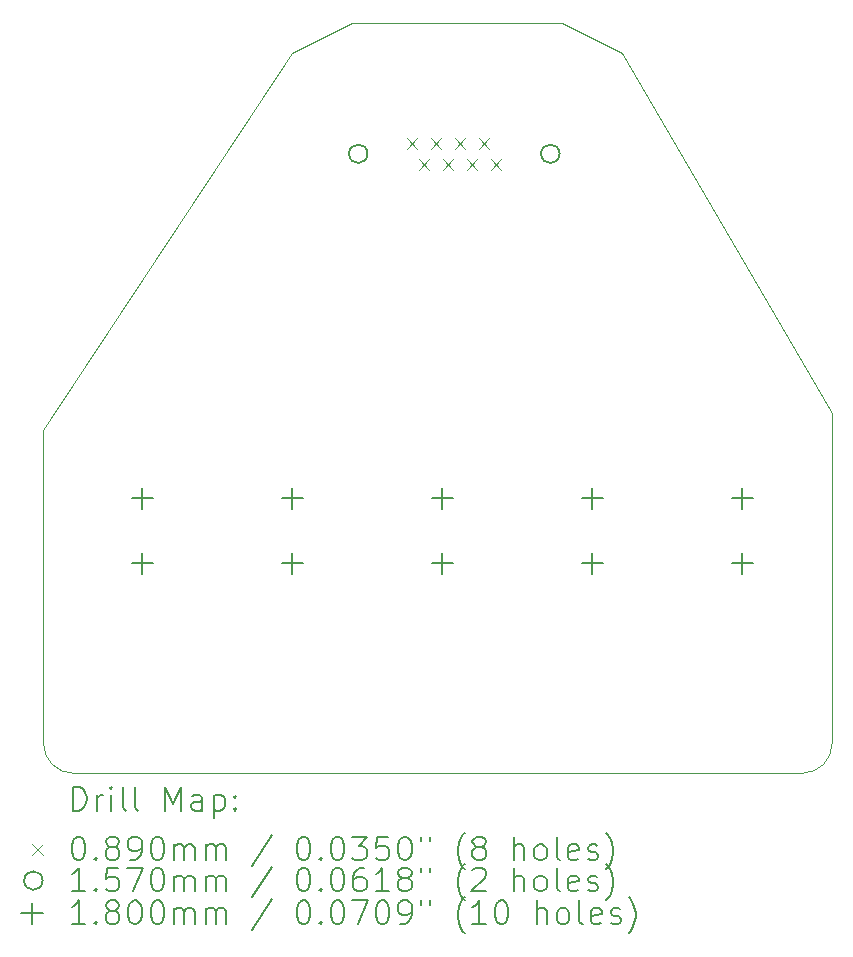
<source format=gbr>
%TF.GenerationSoftware,KiCad,Pcbnew,(6.0.8)*%
%TF.CreationDate,2023-04-02T10:01:26-07:00*%
%TF.ProjectId,FCP_steering_splitter,4643505f-7374-4656-9572-696e675f7370,rev?*%
%TF.SameCoordinates,Original*%
%TF.FileFunction,Drillmap*%
%TF.FilePolarity,Positive*%
%FSLAX45Y45*%
G04 Gerber Fmt 4.5, Leading zero omitted, Abs format (unit mm)*
G04 Created by KiCad (PCBNEW (6.0.8)) date 2023-04-02 10:01:26*
%MOMM*%
%LPD*%
G01*
G04 APERTURE LIST*
%ADD10C,0.100000*%
%ADD11C,0.200000*%
%ADD12C,0.089000*%
%ADD13C,0.157000*%
%ADD14C,0.180000*%
G04 APERTURE END LIST*
D10*
X18288000Y-6350000D02*
X16510000Y-3302000D01*
X11863605Y-9398000D02*
X18034000Y-9398000D01*
X11607764Y-6491581D02*
X13716000Y-3302000D01*
X11609610Y-9144000D02*
G75*
G03*
X11863605Y-9398000I254000J0D01*
G01*
X11609605Y-9144000D02*
X11607764Y-6491581D01*
X16510000Y-3302000D02*
X16002000Y-3048000D01*
X16002000Y-3048000D02*
X14224000Y-3048000D01*
X18288000Y-9144000D02*
X18288000Y-6350000D01*
X18034000Y-9398000D02*
G75*
G03*
X18288000Y-9144000I0J254000D01*
G01*
X14224000Y-3048000D02*
X13716000Y-3302000D01*
D11*
D12*
X14687500Y-4019500D02*
X14776500Y-4108500D01*
X14776500Y-4019500D02*
X14687500Y-4108500D01*
X14789100Y-4197500D02*
X14878100Y-4286500D01*
X14878100Y-4197500D02*
X14789100Y-4286500D01*
X14890700Y-4019500D02*
X14979700Y-4108500D01*
X14979700Y-4019500D02*
X14890700Y-4108500D01*
X14992300Y-4197500D02*
X15081300Y-4286500D01*
X15081300Y-4197500D02*
X14992300Y-4286500D01*
X15093900Y-4019500D02*
X15182900Y-4108500D01*
X15182900Y-4019500D02*
X15093900Y-4108500D01*
X15195500Y-4197500D02*
X15284500Y-4286500D01*
X15284500Y-4197500D02*
X15195500Y-4286500D01*
X15297100Y-4019500D02*
X15386100Y-4108500D01*
X15386100Y-4019500D02*
X15297100Y-4108500D01*
X15398700Y-4197500D02*
X15487700Y-4286500D01*
X15487700Y-4197500D02*
X15398700Y-4286500D01*
D13*
X14353500Y-4153000D02*
G75*
G03*
X14353500Y-4153000I-78500J0D01*
G01*
X15979500Y-4153000D02*
G75*
G03*
X15979500Y-4153000I-78500J0D01*
G01*
D14*
X12446000Y-6980000D02*
X12446000Y-7160000D01*
X12356000Y-7070000D02*
X12536000Y-7070000D01*
X12446000Y-7530000D02*
X12446000Y-7710000D01*
X12356000Y-7620000D02*
X12536000Y-7620000D01*
X13716000Y-6980000D02*
X13716000Y-7160000D01*
X13626000Y-7070000D02*
X13806000Y-7070000D01*
X13716000Y-7530000D02*
X13716000Y-7710000D01*
X13626000Y-7620000D02*
X13806000Y-7620000D01*
X14986000Y-6980000D02*
X14986000Y-7160000D01*
X14896000Y-7070000D02*
X15076000Y-7070000D01*
X14986000Y-7530000D02*
X14986000Y-7710000D01*
X14896000Y-7620000D02*
X15076000Y-7620000D01*
X16256000Y-6980000D02*
X16256000Y-7160000D01*
X16166000Y-7070000D02*
X16346000Y-7070000D01*
X16256000Y-7530000D02*
X16256000Y-7710000D01*
X16166000Y-7620000D02*
X16346000Y-7620000D01*
X17526000Y-6980000D02*
X17526000Y-7160000D01*
X17436000Y-7070000D02*
X17616000Y-7070000D01*
X17526000Y-7530000D02*
X17526000Y-7710000D01*
X17436000Y-7620000D02*
X17616000Y-7620000D01*
D11*
X11860383Y-9713476D02*
X11860383Y-9513476D01*
X11908002Y-9513476D01*
X11936573Y-9523000D01*
X11955621Y-9542048D01*
X11965145Y-9561095D01*
X11974669Y-9599190D01*
X11974669Y-9627762D01*
X11965145Y-9665857D01*
X11955621Y-9684905D01*
X11936573Y-9703952D01*
X11908002Y-9713476D01*
X11860383Y-9713476D01*
X12060383Y-9713476D02*
X12060383Y-9580143D01*
X12060383Y-9618238D02*
X12069907Y-9599190D01*
X12079430Y-9589667D01*
X12098478Y-9580143D01*
X12117526Y-9580143D01*
X12184192Y-9713476D02*
X12184192Y-9580143D01*
X12184192Y-9513476D02*
X12174669Y-9523000D01*
X12184192Y-9532524D01*
X12193716Y-9523000D01*
X12184192Y-9513476D01*
X12184192Y-9532524D01*
X12308002Y-9713476D02*
X12288954Y-9703952D01*
X12279430Y-9684905D01*
X12279430Y-9513476D01*
X12412764Y-9713476D02*
X12393716Y-9703952D01*
X12384192Y-9684905D01*
X12384192Y-9513476D01*
X12641335Y-9713476D02*
X12641335Y-9513476D01*
X12708002Y-9656333D01*
X12774669Y-9513476D01*
X12774669Y-9713476D01*
X12955621Y-9713476D02*
X12955621Y-9608714D01*
X12946097Y-9589667D01*
X12927050Y-9580143D01*
X12888954Y-9580143D01*
X12869907Y-9589667D01*
X12955621Y-9703952D02*
X12936573Y-9713476D01*
X12888954Y-9713476D01*
X12869907Y-9703952D01*
X12860383Y-9684905D01*
X12860383Y-9665857D01*
X12869907Y-9646810D01*
X12888954Y-9637286D01*
X12936573Y-9637286D01*
X12955621Y-9627762D01*
X13050859Y-9580143D02*
X13050859Y-9780143D01*
X13050859Y-9589667D02*
X13069907Y-9580143D01*
X13108002Y-9580143D01*
X13127050Y-9589667D01*
X13136573Y-9599190D01*
X13146097Y-9618238D01*
X13146097Y-9675381D01*
X13136573Y-9694429D01*
X13127050Y-9703952D01*
X13108002Y-9713476D01*
X13069907Y-9713476D01*
X13050859Y-9703952D01*
X13231811Y-9694429D02*
X13241335Y-9703952D01*
X13231811Y-9713476D01*
X13222288Y-9703952D01*
X13231811Y-9694429D01*
X13231811Y-9713476D01*
X13231811Y-9589667D02*
X13241335Y-9599190D01*
X13231811Y-9608714D01*
X13222288Y-9599190D01*
X13231811Y-9589667D01*
X13231811Y-9608714D01*
D12*
X11513764Y-9998500D02*
X11602764Y-10087500D01*
X11602764Y-9998500D02*
X11513764Y-10087500D01*
D11*
X11898478Y-9933476D02*
X11917526Y-9933476D01*
X11936573Y-9943000D01*
X11946097Y-9952524D01*
X11955621Y-9971571D01*
X11965145Y-10009667D01*
X11965145Y-10057286D01*
X11955621Y-10095381D01*
X11946097Y-10114429D01*
X11936573Y-10123952D01*
X11917526Y-10133476D01*
X11898478Y-10133476D01*
X11879430Y-10123952D01*
X11869907Y-10114429D01*
X11860383Y-10095381D01*
X11850859Y-10057286D01*
X11850859Y-10009667D01*
X11860383Y-9971571D01*
X11869907Y-9952524D01*
X11879430Y-9943000D01*
X11898478Y-9933476D01*
X12050859Y-10114429D02*
X12060383Y-10123952D01*
X12050859Y-10133476D01*
X12041335Y-10123952D01*
X12050859Y-10114429D01*
X12050859Y-10133476D01*
X12174669Y-10019190D02*
X12155621Y-10009667D01*
X12146097Y-10000143D01*
X12136573Y-9981095D01*
X12136573Y-9971571D01*
X12146097Y-9952524D01*
X12155621Y-9943000D01*
X12174669Y-9933476D01*
X12212764Y-9933476D01*
X12231811Y-9943000D01*
X12241335Y-9952524D01*
X12250859Y-9971571D01*
X12250859Y-9981095D01*
X12241335Y-10000143D01*
X12231811Y-10009667D01*
X12212764Y-10019190D01*
X12174669Y-10019190D01*
X12155621Y-10028714D01*
X12146097Y-10038238D01*
X12136573Y-10057286D01*
X12136573Y-10095381D01*
X12146097Y-10114429D01*
X12155621Y-10123952D01*
X12174669Y-10133476D01*
X12212764Y-10133476D01*
X12231811Y-10123952D01*
X12241335Y-10114429D01*
X12250859Y-10095381D01*
X12250859Y-10057286D01*
X12241335Y-10038238D01*
X12231811Y-10028714D01*
X12212764Y-10019190D01*
X12346097Y-10133476D02*
X12384192Y-10133476D01*
X12403240Y-10123952D01*
X12412764Y-10114429D01*
X12431811Y-10085857D01*
X12441335Y-10047762D01*
X12441335Y-9971571D01*
X12431811Y-9952524D01*
X12422288Y-9943000D01*
X12403240Y-9933476D01*
X12365145Y-9933476D01*
X12346097Y-9943000D01*
X12336573Y-9952524D01*
X12327050Y-9971571D01*
X12327050Y-10019190D01*
X12336573Y-10038238D01*
X12346097Y-10047762D01*
X12365145Y-10057286D01*
X12403240Y-10057286D01*
X12422288Y-10047762D01*
X12431811Y-10038238D01*
X12441335Y-10019190D01*
X12565145Y-9933476D02*
X12584192Y-9933476D01*
X12603240Y-9943000D01*
X12612764Y-9952524D01*
X12622288Y-9971571D01*
X12631811Y-10009667D01*
X12631811Y-10057286D01*
X12622288Y-10095381D01*
X12612764Y-10114429D01*
X12603240Y-10123952D01*
X12584192Y-10133476D01*
X12565145Y-10133476D01*
X12546097Y-10123952D01*
X12536573Y-10114429D01*
X12527050Y-10095381D01*
X12517526Y-10057286D01*
X12517526Y-10009667D01*
X12527050Y-9971571D01*
X12536573Y-9952524D01*
X12546097Y-9943000D01*
X12565145Y-9933476D01*
X12717526Y-10133476D02*
X12717526Y-10000143D01*
X12717526Y-10019190D02*
X12727050Y-10009667D01*
X12746097Y-10000143D01*
X12774669Y-10000143D01*
X12793716Y-10009667D01*
X12803240Y-10028714D01*
X12803240Y-10133476D01*
X12803240Y-10028714D02*
X12812764Y-10009667D01*
X12831811Y-10000143D01*
X12860383Y-10000143D01*
X12879430Y-10009667D01*
X12888954Y-10028714D01*
X12888954Y-10133476D01*
X12984192Y-10133476D02*
X12984192Y-10000143D01*
X12984192Y-10019190D02*
X12993716Y-10009667D01*
X13012764Y-10000143D01*
X13041335Y-10000143D01*
X13060383Y-10009667D01*
X13069907Y-10028714D01*
X13069907Y-10133476D01*
X13069907Y-10028714D02*
X13079430Y-10009667D01*
X13098478Y-10000143D01*
X13127050Y-10000143D01*
X13146097Y-10009667D01*
X13155621Y-10028714D01*
X13155621Y-10133476D01*
X13546097Y-9923952D02*
X13374669Y-10181095D01*
X13803240Y-9933476D02*
X13822288Y-9933476D01*
X13841335Y-9943000D01*
X13850859Y-9952524D01*
X13860383Y-9971571D01*
X13869907Y-10009667D01*
X13869907Y-10057286D01*
X13860383Y-10095381D01*
X13850859Y-10114429D01*
X13841335Y-10123952D01*
X13822288Y-10133476D01*
X13803240Y-10133476D01*
X13784192Y-10123952D01*
X13774669Y-10114429D01*
X13765145Y-10095381D01*
X13755621Y-10057286D01*
X13755621Y-10009667D01*
X13765145Y-9971571D01*
X13774669Y-9952524D01*
X13784192Y-9943000D01*
X13803240Y-9933476D01*
X13955621Y-10114429D02*
X13965145Y-10123952D01*
X13955621Y-10133476D01*
X13946097Y-10123952D01*
X13955621Y-10114429D01*
X13955621Y-10133476D01*
X14088954Y-9933476D02*
X14108002Y-9933476D01*
X14127050Y-9943000D01*
X14136573Y-9952524D01*
X14146097Y-9971571D01*
X14155621Y-10009667D01*
X14155621Y-10057286D01*
X14146097Y-10095381D01*
X14136573Y-10114429D01*
X14127050Y-10123952D01*
X14108002Y-10133476D01*
X14088954Y-10133476D01*
X14069907Y-10123952D01*
X14060383Y-10114429D01*
X14050859Y-10095381D01*
X14041335Y-10057286D01*
X14041335Y-10009667D01*
X14050859Y-9971571D01*
X14060383Y-9952524D01*
X14069907Y-9943000D01*
X14088954Y-9933476D01*
X14222288Y-9933476D02*
X14346097Y-9933476D01*
X14279430Y-10009667D01*
X14308002Y-10009667D01*
X14327050Y-10019190D01*
X14336573Y-10028714D01*
X14346097Y-10047762D01*
X14346097Y-10095381D01*
X14336573Y-10114429D01*
X14327050Y-10123952D01*
X14308002Y-10133476D01*
X14250859Y-10133476D01*
X14231811Y-10123952D01*
X14222288Y-10114429D01*
X14527050Y-9933476D02*
X14431811Y-9933476D01*
X14422288Y-10028714D01*
X14431811Y-10019190D01*
X14450859Y-10009667D01*
X14498478Y-10009667D01*
X14517526Y-10019190D01*
X14527050Y-10028714D01*
X14536573Y-10047762D01*
X14536573Y-10095381D01*
X14527050Y-10114429D01*
X14517526Y-10123952D01*
X14498478Y-10133476D01*
X14450859Y-10133476D01*
X14431811Y-10123952D01*
X14422288Y-10114429D01*
X14660383Y-9933476D02*
X14679430Y-9933476D01*
X14698478Y-9943000D01*
X14708002Y-9952524D01*
X14717526Y-9971571D01*
X14727050Y-10009667D01*
X14727050Y-10057286D01*
X14717526Y-10095381D01*
X14708002Y-10114429D01*
X14698478Y-10123952D01*
X14679430Y-10133476D01*
X14660383Y-10133476D01*
X14641335Y-10123952D01*
X14631811Y-10114429D01*
X14622288Y-10095381D01*
X14612764Y-10057286D01*
X14612764Y-10009667D01*
X14622288Y-9971571D01*
X14631811Y-9952524D01*
X14641335Y-9943000D01*
X14660383Y-9933476D01*
X14803240Y-9933476D02*
X14803240Y-9971571D01*
X14879430Y-9933476D02*
X14879430Y-9971571D01*
X15174669Y-10209667D02*
X15165145Y-10200143D01*
X15146097Y-10171571D01*
X15136573Y-10152524D01*
X15127050Y-10123952D01*
X15117526Y-10076333D01*
X15117526Y-10038238D01*
X15127050Y-9990619D01*
X15136573Y-9962048D01*
X15146097Y-9943000D01*
X15165145Y-9914429D01*
X15174669Y-9904905D01*
X15279430Y-10019190D02*
X15260383Y-10009667D01*
X15250859Y-10000143D01*
X15241335Y-9981095D01*
X15241335Y-9971571D01*
X15250859Y-9952524D01*
X15260383Y-9943000D01*
X15279430Y-9933476D01*
X15317526Y-9933476D01*
X15336573Y-9943000D01*
X15346097Y-9952524D01*
X15355621Y-9971571D01*
X15355621Y-9981095D01*
X15346097Y-10000143D01*
X15336573Y-10009667D01*
X15317526Y-10019190D01*
X15279430Y-10019190D01*
X15260383Y-10028714D01*
X15250859Y-10038238D01*
X15241335Y-10057286D01*
X15241335Y-10095381D01*
X15250859Y-10114429D01*
X15260383Y-10123952D01*
X15279430Y-10133476D01*
X15317526Y-10133476D01*
X15336573Y-10123952D01*
X15346097Y-10114429D01*
X15355621Y-10095381D01*
X15355621Y-10057286D01*
X15346097Y-10038238D01*
X15336573Y-10028714D01*
X15317526Y-10019190D01*
X15593716Y-10133476D02*
X15593716Y-9933476D01*
X15679430Y-10133476D02*
X15679430Y-10028714D01*
X15669907Y-10009667D01*
X15650859Y-10000143D01*
X15622288Y-10000143D01*
X15603240Y-10009667D01*
X15593716Y-10019190D01*
X15803240Y-10133476D02*
X15784192Y-10123952D01*
X15774669Y-10114429D01*
X15765145Y-10095381D01*
X15765145Y-10038238D01*
X15774669Y-10019190D01*
X15784192Y-10009667D01*
X15803240Y-10000143D01*
X15831811Y-10000143D01*
X15850859Y-10009667D01*
X15860383Y-10019190D01*
X15869907Y-10038238D01*
X15869907Y-10095381D01*
X15860383Y-10114429D01*
X15850859Y-10123952D01*
X15831811Y-10133476D01*
X15803240Y-10133476D01*
X15984192Y-10133476D02*
X15965145Y-10123952D01*
X15955621Y-10104905D01*
X15955621Y-9933476D01*
X16136573Y-10123952D02*
X16117526Y-10133476D01*
X16079430Y-10133476D01*
X16060383Y-10123952D01*
X16050859Y-10104905D01*
X16050859Y-10028714D01*
X16060383Y-10009667D01*
X16079430Y-10000143D01*
X16117526Y-10000143D01*
X16136573Y-10009667D01*
X16146097Y-10028714D01*
X16146097Y-10047762D01*
X16050859Y-10066810D01*
X16222288Y-10123952D02*
X16241335Y-10133476D01*
X16279430Y-10133476D01*
X16298478Y-10123952D01*
X16308002Y-10104905D01*
X16308002Y-10095381D01*
X16298478Y-10076333D01*
X16279430Y-10066810D01*
X16250859Y-10066810D01*
X16231811Y-10057286D01*
X16222288Y-10038238D01*
X16222288Y-10028714D01*
X16231811Y-10009667D01*
X16250859Y-10000143D01*
X16279430Y-10000143D01*
X16298478Y-10009667D01*
X16374669Y-10209667D02*
X16384192Y-10200143D01*
X16403240Y-10171571D01*
X16412764Y-10152524D01*
X16422288Y-10123952D01*
X16431811Y-10076333D01*
X16431811Y-10038238D01*
X16422288Y-9990619D01*
X16412764Y-9962048D01*
X16403240Y-9943000D01*
X16384192Y-9914429D01*
X16374669Y-9904905D01*
D13*
X11602764Y-10307000D02*
G75*
G03*
X11602764Y-10307000I-78500J0D01*
G01*
D11*
X11965145Y-10397476D02*
X11850859Y-10397476D01*
X11908002Y-10397476D02*
X11908002Y-10197476D01*
X11888954Y-10226048D01*
X11869907Y-10245095D01*
X11850859Y-10254619D01*
X12050859Y-10378429D02*
X12060383Y-10387952D01*
X12050859Y-10397476D01*
X12041335Y-10387952D01*
X12050859Y-10378429D01*
X12050859Y-10397476D01*
X12241335Y-10197476D02*
X12146097Y-10197476D01*
X12136573Y-10292714D01*
X12146097Y-10283190D01*
X12165145Y-10273667D01*
X12212764Y-10273667D01*
X12231811Y-10283190D01*
X12241335Y-10292714D01*
X12250859Y-10311762D01*
X12250859Y-10359381D01*
X12241335Y-10378429D01*
X12231811Y-10387952D01*
X12212764Y-10397476D01*
X12165145Y-10397476D01*
X12146097Y-10387952D01*
X12136573Y-10378429D01*
X12317526Y-10197476D02*
X12450859Y-10197476D01*
X12365145Y-10397476D01*
X12565145Y-10197476D02*
X12584192Y-10197476D01*
X12603240Y-10207000D01*
X12612764Y-10216524D01*
X12622288Y-10235571D01*
X12631811Y-10273667D01*
X12631811Y-10321286D01*
X12622288Y-10359381D01*
X12612764Y-10378429D01*
X12603240Y-10387952D01*
X12584192Y-10397476D01*
X12565145Y-10397476D01*
X12546097Y-10387952D01*
X12536573Y-10378429D01*
X12527050Y-10359381D01*
X12517526Y-10321286D01*
X12517526Y-10273667D01*
X12527050Y-10235571D01*
X12536573Y-10216524D01*
X12546097Y-10207000D01*
X12565145Y-10197476D01*
X12717526Y-10397476D02*
X12717526Y-10264143D01*
X12717526Y-10283190D02*
X12727050Y-10273667D01*
X12746097Y-10264143D01*
X12774669Y-10264143D01*
X12793716Y-10273667D01*
X12803240Y-10292714D01*
X12803240Y-10397476D01*
X12803240Y-10292714D02*
X12812764Y-10273667D01*
X12831811Y-10264143D01*
X12860383Y-10264143D01*
X12879430Y-10273667D01*
X12888954Y-10292714D01*
X12888954Y-10397476D01*
X12984192Y-10397476D02*
X12984192Y-10264143D01*
X12984192Y-10283190D02*
X12993716Y-10273667D01*
X13012764Y-10264143D01*
X13041335Y-10264143D01*
X13060383Y-10273667D01*
X13069907Y-10292714D01*
X13069907Y-10397476D01*
X13069907Y-10292714D02*
X13079430Y-10273667D01*
X13098478Y-10264143D01*
X13127050Y-10264143D01*
X13146097Y-10273667D01*
X13155621Y-10292714D01*
X13155621Y-10397476D01*
X13546097Y-10187952D02*
X13374669Y-10445095D01*
X13803240Y-10197476D02*
X13822288Y-10197476D01*
X13841335Y-10207000D01*
X13850859Y-10216524D01*
X13860383Y-10235571D01*
X13869907Y-10273667D01*
X13869907Y-10321286D01*
X13860383Y-10359381D01*
X13850859Y-10378429D01*
X13841335Y-10387952D01*
X13822288Y-10397476D01*
X13803240Y-10397476D01*
X13784192Y-10387952D01*
X13774669Y-10378429D01*
X13765145Y-10359381D01*
X13755621Y-10321286D01*
X13755621Y-10273667D01*
X13765145Y-10235571D01*
X13774669Y-10216524D01*
X13784192Y-10207000D01*
X13803240Y-10197476D01*
X13955621Y-10378429D02*
X13965145Y-10387952D01*
X13955621Y-10397476D01*
X13946097Y-10387952D01*
X13955621Y-10378429D01*
X13955621Y-10397476D01*
X14088954Y-10197476D02*
X14108002Y-10197476D01*
X14127050Y-10207000D01*
X14136573Y-10216524D01*
X14146097Y-10235571D01*
X14155621Y-10273667D01*
X14155621Y-10321286D01*
X14146097Y-10359381D01*
X14136573Y-10378429D01*
X14127050Y-10387952D01*
X14108002Y-10397476D01*
X14088954Y-10397476D01*
X14069907Y-10387952D01*
X14060383Y-10378429D01*
X14050859Y-10359381D01*
X14041335Y-10321286D01*
X14041335Y-10273667D01*
X14050859Y-10235571D01*
X14060383Y-10216524D01*
X14069907Y-10207000D01*
X14088954Y-10197476D01*
X14327050Y-10197476D02*
X14288954Y-10197476D01*
X14269907Y-10207000D01*
X14260383Y-10216524D01*
X14241335Y-10245095D01*
X14231811Y-10283190D01*
X14231811Y-10359381D01*
X14241335Y-10378429D01*
X14250859Y-10387952D01*
X14269907Y-10397476D01*
X14308002Y-10397476D01*
X14327050Y-10387952D01*
X14336573Y-10378429D01*
X14346097Y-10359381D01*
X14346097Y-10311762D01*
X14336573Y-10292714D01*
X14327050Y-10283190D01*
X14308002Y-10273667D01*
X14269907Y-10273667D01*
X14250859Y-10283190D01*
X14241335Y-10292714D01*
X14231811Y-10311762D01*
X14536573Y-10397476D02*
X14422288Y-10397476D01*
X14479430Y-10397476D02*
X14479430Y-10197476D01*
X14460383Y-10226048D01*
X14441335Y-10245095D01*
X14422288Y-10254619D01*
X14650859Y-10283190D02*
X14631811Y-10273667D01*
X14622288Y-10264143D01*
X14612764Y-10245095D01*
X14612764Y-10235571D01*
X14622288Y-10216524D01*
X14631811Y-10207000D01*
X14650859Y-10197476D01*
X14688954Y-10197476D01*
X14708002Y-10207000D01*
X14717526Y-10216524D01*
X14727050Y-10235571D01*
X14727050Y-10245095D01*
X14717526Y-10264143D01*
X14708002Y-10273667D01*
X14688954Y-10283190D01*
X14650859Y-10283190D01*
X14631811Y-10292714D01*
X14622288Y-10302238D01*
X14612764Y-10321286D01*
X14612764Y-10359381D01*
X14622288Y-10378429D01*
X14631811Y-10387952D01*
X14650859Y-10397476D01*
X14688954Y-10397476D01*
X14708002Y-10387952D01*
X14717526Y-10378429D01*
X14727050Y-10359381D01*
X14727050Y-10321286D01*
X14717526Y-10302238D01*
X14708002Y-10292714D01*
X14688954Y-10283190D01*
X14803240Y-10197476D02*
X14803240Y-10235571D01*
X14879430Y-10197476D02*
X14879430Y-10235571D01*
X15174669Y-10473667D02*
X15165145Y-10464143D01*
X15146097Y-10435571D01*
X15136573Y-10416524D01*
X15127050Y-10387952D01*
X15117526Y-10340333D01*
X15117526Y-10302238D01*
X15127050Y-10254619D01*
X15136573Y-10226048D01*
X15146097Y-10207000D01*
X15165145Y-10178429D01*
X15174669Y-10168905D01*
X15241335Y-10216524D02*
X15250859Y-10207000D01*
X15269907Y-10197476D01*
X15317526Y-10197476D01*
X15336573Y-10207000D01*
X15346097Y-10216524D01*
X15355621Y-10235571D01*
X15355621Y-10254619D01*
X15346097Y-10283190D01*
X15231811Y-10397476D01*
X15355621Y-10397476D01*
X15593716Y-10397476D02*
X15593716Y-10197476D01*
X15679430Y-10397476D02*
X15679430Y-10292714D01*
X15669907Y-10273667D01*
X15650859Y-10264143D01*
X15622288Y-10264143D01*
X15603240Y-10273667D01*
X15593716Y-10283190D01*
X15803240Y-10397476D02*
X15784192Y-10387952D01*
X15774669Y-10378429D01*
X15765145Y-10359381D01*
X15765145Y-10302238D01*
X15774669Y-10283190D01*
X15784192Y-10273667D01*
X15803240Y-10264143D01*
X15831811Y-10264143D01*
X15850859Y-10273667D01*
X15860383Y-10283190D01*
X15869907Y-10302238D01*
X15869907Y-10359381D01*
X15860383Y-10378429D01*
X15850859Y-10387952D01*
X15831811Y-10397476D01*
X15803240Y-10397476D01*
X15984192Y-10397476D02*
X15965145Y-10387952D01*
X15955621Y-10368905D01*
X15955621Y-10197476D01*
X16136573Y-10387952D02*
X16117526Y-10397476D01*
X16079430Y-10397476D01*
X16060383Y-10387952D01*
X16050859Y-10368905D01*
X16050859Y-10292714D01*
X16060383Y-10273667D01*
X16079430Y-10264143D01*
X16117526Y-10264143D01*
X16136573Y-10273667D01*
X16146097Y-10292714D01*
X16146097Y-10311762D01*
X16050859Y-10330810D01*
X16222288Y-10387952D02*
X16241335Y-10397476D01*
X16279430Y-10397476D01*
X16298478Y-10387952D01*
X16308002Y-10368905D01*
X16308002Y-10359381D01*
X16298478Y-10340333D01*
X16279430Y-10330810D01*
X16250859Y-10330810D01*
X16231811Y-10321286D01*
X16222288Y-10302238D01*
X16222288Y-10292714D01*
X16231811Y-10273667D01*
X16250859Y-10264143D01*
X16279430Y-10264143D01*
X16298478Y-10273667D01*
X16374669Y-10473667D02*
X16384192Y-10464143D01*
X16403240Y-10435571D01*
X16412764Y-10416524D01*
X16422288Y-10387952D01*
X16431811Y-10340333D01*
X16431811Y-10302238D01*
X16422288Y-10254619D01*
X16412764Y-10226048D01*
X16403240Y-10207000D01*
X16384192Y-10178429D01*
X16374669Y-10168905D01*
D14*
X11512764Y-10494000D02*
X11512764Y-10674000D01*
X11422764Y-10584000D02*
X11602764Y-10584000D01*
D11*
X11965145Y-10674476D02*
X11850859Y-10674476D01*
X11908002Y-10674476D02*
X11908002Y-10474476D01*
X11888954Y-10503048D01*
X11869907Y-10522095D01*
X11850859Y-10531619D01*
X12050859Y-10655429D02*
X12060383Y-10664952D01*
X12050859Y-10674476D01*
X12041335Y-10664952D01*
X12050859Y-10655429D01*
X12050859Y-10674476D01*
X12174669Y-10560190D02*
X12155621Y-10550667D01*
X12146097Y-10541143D01*
X12136573Y-10522095D01*
X12136573Y-10512571D01*
X12146097Y-10493524D01*
X12155621Y-10484000D01*
X12174669Y-10474476D01*
X12212764Y-10474476D01*
X12231811Y-10484000D01*
X12241335Y-10493524D01*
X12250859Y-10512571D01*
X12250859Y-10522095D01*
X12241335Y-10541143D01*
X12231811Y-10550667D01*
X12212764Y-10560190D01*
X12174669Y-10560190D01*
X12155621Y-10569714D01*
X12146097Y-10579238D01*
X12136573Y-10598286D01*
X12136573Y-10636381D01*
X12146097Y-10655429D01*
X12155621Y-10664952D01*
X12174669Y-10674476D01*
X12212764Y-10674476D01*
X12231811Y-10664952D01*
X12241335Y-10655429D01*
X12250859Y-10636381D01*
X12250859Y-10598286D01*
X12241335Y-10579238D01*
X12231811Y-10569714D01*
X12212764Y-10560190D01*
X12374669Y-10474476D02*
X12393716Y-10474476D01*
X12412764Y-10484000D01*
X12422288Y-10493524D01*
X12431811Y-10512571D01*
X12441335Y-10550667D01*
X12441335Y-10598286D01*
X12431811Y-10636381D01*
X12422288Y-10655429D01*
X12412764Y-10664952D01*
X12393716Y-10674476D01*
X12374669Y-10674476D01*
X12355621Y-10664952D01*
X12346097Y-10655429D01*
X12336573Y-10636381D01*
X12327050Y-10598286D01*
X12327050Y-10550667D01*
X12336573Y-10512571D01*
X12346097Y-10493524D01*
X12355621Y-10484000D01*
X12374669Y-10474476D01*
X12565145Y-10474476D02*
X12584192Y-10474476D01*
X12603240Y-10484000D01*
X12612764Y-10493524D01*
X12622288Y-10512571D01*
X12631811Y-10550667D01*
X12631811Y-10598286D01*
X12622288Y-10636381D01*
X12612764Y-10655429D01*
X12603240Y-10664952D01*
X12584192Y-10674476D01*
X12565145Y-10674476D01*
X12546097Y-10664952D01*
X12536573Y-10655429D01*
X12527050Y-10636381D01*
X12517526Y-10598286D01*
X12517526Y-10550667D01*
X12527050Y-10512571D01*
X12536573Y-10493524D01*
X12546097Y-10484000D01*
X12565145Y-10474476D01*
X12717526Y-10674476D02*
X12717526Y-10541143D01*
X12717526Y-10560190D02*
X12727050Y-10550667D01*
X12746097Y-10541143D01*
X12774669Y-10541143D01*
X12793716Y-10550667D01*
X12803240Y-10569714D01*
X12803240Y-10674476D01*
X12803240Y-10569714D02*
X12812764Y-10550667D01*
X12831811Y-10541143D01*
X12860383Y-10541143D01*
X12879430Y-10550667D01*
X12888954Y-10569714D01*
X12888954Y-10674476D01*
X12984192Y-10674476D02*
X12984192Y-10541143D01*
X12984192Y-10560190D02*
X12993716Y-10550667D01*
X13012764Y-10541143D01*
X13041335Y-10541143D01*
X13060383Y-10550667D01*
X13069907Y-10569714D01*
X13069907Y-10674476D01*
X13069907Y-10569714D02*
X13079430Y-10550667D01*
X13098478Y-10541143D01*
X13127050Y-10541143D01*
X13146097Y-10550667D01*
X13155621Y-10569714D01*
X13155621Y-10674476D01*
X13546097Y-10464952D02*
X13374669Y-10722095D01*
X13803240Y-10474476D02*
X13822288Y-10474476D01*
X13841335Y-10484000D01*
X13850859Y-10493524D01*
X13860383Y-10512571D01*
X13869907Y-10550667D01*
X13869907Y-10598286D01*
X13860383Y-10636381D01*
X13850859Y-10655429D01*
X13841335Y-10664952D01*
X13822288Y-10674476D01*
X13803240Y-10674476D01*
X13784192Y-10664952D01*
X13774669Y-10655429D01*
X13765145Y-10636381D01*
X13755621Y-10598286D01*
X13755621Y-10550667D01*
X13765145Y-10512571D01*
X13774669Y-10493524D01*
X13784192Y-10484000D01*
X13803240Y-10474476D01*
X13955621Y-10655429D02*
X13965145Y-10664952D01*
X13955621Y-10674476D01*
X13946097Y-10664952D01*
X13955621Y-10655429D01*
X13955621Y-10674476D01*
X14088954Y-10474476D02*
X14108002Y-10474476D01*
X14127050Y-10484000D01*
X14136573Y-10493524D01*
X14146097Y-10512571D01*
X14155621Y-10550667D01*
X14155621Y-10598286D01*
X14146097Y-10636381D01*
X14136573Y-10655429D01*
X14127050Y-10664952D01*
X14108002Y-10674476D01*
X14088954Y-10674476D01*
X14069907Y-10664952D01*
X14060383Y-10655429D01*
X14050859Y-10636381D01*
X14041335Y-10598286D01*
X14041335Y-10550667D01*
X14050859Y-10512571D01*
X14060383Y-10493524D01*
X14069907Y-10484000D01*
X14088954Y-10474476D01*
X14222288Y-10474476D02*
X14355621Y-10474476D01*
X14269907Y-10674476D01*
X14469907Y-10474476D02*
X14488954Y-10474476D01*
X14508002Y-10484000D01*
X14517526Y-10493524D01*
X14527050Y-10512571D01*
X14536573Y-10550667D01*
X14536573Y-10598286D01*
X14527050Y-10636381D01*
X14517526Y-10655429D01*
X14508002Y-10664952D01*
X14488954Y-10674476D01*
X14469907Y-10674476D01*
X14450859Y-10664952D01*
X14441335Y-10655429D01*
X14431811Y-10636381D01*
X14422288Y-10598286D01*
X14422288Y-10550667D01*
X14431811Y-10512571D01*
X14441335Y-10493524D01*
X14450859Y-10484000D01*
X14469907Y-10474476D01*
X14631811Y-10674476D02*
X14669907Y-10674476D01*
X14688954Y-10664952D01*
X14698478Y-10655429D01*
X14717526Y-10626857D01*
X14727050Y-10588762D01*
X14727050Y-10512571D01*
X14717526Y-10493524D01*
X14708002Y-10484000D01*
X14688954Y-10474476D01*
X14650859Y-10474476D01*
X14631811Y-10484000D01*
X14622288Y-10493524D01*
X14612764Y-10512571D01*
X14612764Y-10560190D01*
X14622288Y-10579238D01*
X14631811Y-10588762D01*
X14650859Y-10598286D01*
X14688954Y-10598286D01*
X14708002Y-10588762D01*
X14717526Y-10579238D01*
X14727050Y-10560190D01*
X14803240Y-10474476D02*
X14803240Y-10512571D01*
X14879430Y-10474476D02*
X14879430Y-10512571D01*
X15174669Y-10750667D02*
X15165145Y-10741143D01*
X15146097Y-10712571D01*
X15136573Y-10693524D01*
X15127050Y-10664952D01*
X15117526Y-10617333D01*
X15117526Y-10579238D01*
X15127050Y-10531619D01*
X15136573Y-10503048D01*
X15146097Y-10484000D01*
X15165145Y-10455429D01*
X15174669Y-10445905D01*
X15355621Y-10674476D02*
X15241335Y-10674476D01*
X15298478Y-10674476D02*
X15298478Y-10474476D01*
X15279430Y-10503048D01*
X15260383Y-10522095D01*
X15241335Y-10531619D01*
X15479430Y-10474476D02*
X15498478Y-10474476D01*
X15517526Y-10484000D01*
X15527050Y-10493524D01*
X15536573Y-10512571D01*
X15546097Y-10550667D01*
X15546097Y-10598286D01*
X15536573Y-10636381D01*
X15527050Y-10655429D01*
X15517526Y-10664952D01*
X15498478Y-10674476D01*
X15479430Y-10674476D01*
X15460383Y-10664952D01*
X15450859Y-10655429D01*
X15441335Y-10636381D01*
X15431811Y-10598286D01*
X15431811Y-10550667D01*
X15441335Y-10512571D01*
X15450859Y-10493524D01*
X15460383Y-10484000D01*
X15479430Y-10474476D01*
X15784192Y-10674476D02*
X15784192Y-10474476D01*
X15869907Y-10674476D02*
X15869907Y-10569714D01*
X15860383Y-10550667D01*
X15841335Y-10541143D01*
X15812764Y-10541143D01*
X15793716Y-10550667D01*
X15784192Y-10560190D01*
X15993716Y-10674476D02*
X15974669Y-10664952D01*
X15965145Y-10655429D01*
X15955621Y-10636381D01*
X15955621Y-10579238D01*
X15965145Y-10560190D01*
X15974669Y-10550667D01*
X15993716Y-10541143D01*
X16022288Y-10541143D01*
X16041335Y-10550667D01*
X16050859Y-10560190D01*
X16060383Y-10579238D01*
X16060383Y-10636381D01*
X16050859Y-10655429D01*
X16041335Y-10664952D01*
X16022288Y-10674476D01*
X15993716Y-10674476D01*
X16174669Y-10674476D02*
X16155621Y-10664952D01*
X16146097Y-10645905D01*
X16146097Y-10474476D01*
X16327050Y-10664952D02*
X16308002Y-10674476D01*
X16269907Y-10674476D01*
X16250859Y-10664952D01*
X16241335Y-10645905D01*
X16241335Y-10569714D01*
X16250859Y-10550667D01*
X16269907Y-10541143D01*
X16308002Y-10541143D01*
X16327050Y-10550667D01*
X16336573Y-10569714D01*
X16336573Y-10588762D01*
X16241335Y-10607810D01*
X16412764Y-10664952D02*
X16431811Y-10674476D01*
X16469907Y-10674476D01*
X16488954Y-10664952D01*
X16498478Y-10645905D01*
X16498478Y-10636381D01*
X16488954Y-10617333D01*
X16469907Y-10607810D01*
X16441335Y-10607810D01*
X16422288Y-10598286D01*
X16412764Y-10579238D01*
X16412764Y-10569714D01*
X16422288Y-10550667D01*
X16441335Y-10541143D01*
X16469907Y-10541143D01*
X16488954Y-10550667D01*
X16565145Y-10750667D02*
X16574669Y-10741143D01*
X16593716Y-10712571D01*
X16603240Y-10693524D01*
X16612764Y-10664952D01*
X16622288Y-10617333D01*
X16622288Y-10579238D01*
X16612764Y-10531619D01*
X16603240Y-10503048D01*
X16593716Y-10484000D01*
X16574669Y-10455429D01*
X16565145Y-10445905D01*
M02*

</source>
